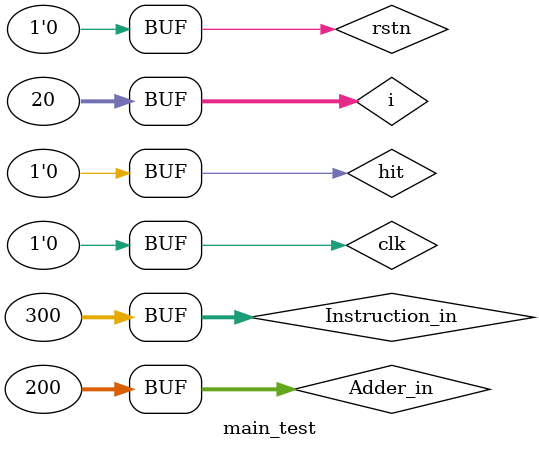
<source format=v>
`timescale 1ns / 1ps

module main_test;

   // Inputs
   reg [31:0] Adder_in;
   reg [31:0] Instruction_in;
   reg hit, clk, rstn = 1;
   
   // Outputs
   wire [31:0] Adder_out;
   wire [31:0] Instruction_out;
   
   
   integer i;
   // Instantiate the Unit Under Test (UUT)
    IFIDPipelineReg uut(Adder_in,
                   Instruction_in,
                   Adder_out,
                   Instruction_out,
                   hit,
                   clk,
                   rstn);
   initial begin
      /// Initialize Inputs
      #10;
      rstn = 0;
      #10;
      Adder_in = 2;
      Instruction_in = 3;
      hit = 1;
      #10;
      Adder_in = 200;
      Instruction_in = 300;
      hit = 0;
      #10;
      
   end

   initial begin
      clk = 0;
      for (i = 0; i < 20; i = i + 1)
	#2 clk = ~clk;
   end

   initial begin
      $dumpfile("./PipelineReg.vcd");
      $dumpvars;
   end

endmodule

</source>
